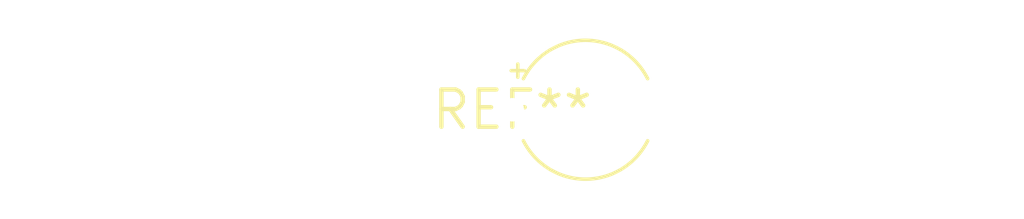
<source format=kicad_pcb>
(kicad_pcb (version 20240108) (generator pcbnew)
  (layers (0 "F.Cu" signal) (31 "B.Cu" signal) (34 "B.Paste" user) (35 "F.Paste" user) (36 "B.SilkS" user "B.Silkscreen") (37 "F.SilkS" user "F.Silkscreen") (38 "B.Mask" user) (39 "F.Mask" user) (44 "Edge.Cuts" user))
  (net 0 "")
  (footprint "CP_Radial_Tantal_D4.5mm_P5.00mm" (layer "F.Cu") (at 0 0)
    (property "Reference" "REF**")
    (property "Value" "CP_Radial_Tantal_D4.5mm_P5.00mm")
    (fp_line (start -0.037288 -1.335) (end 0.412712 -1.335) (layer "F.SilkS") (stroke (width 0.12)))
    (fp_line (start 0.187712 -1.56) (end 0.187712 -1.11) (layer "F.SilkS") (stroke (width 0.12)))
    (fp_arc (start 0.380259 -1.06) (mid 2.5 -2.37) (end 4.619741 -1.06) (layer "F.SilkS") (stroke (width 0.12)))
    (fp_arc (start 4.619741 1.06) (mid 2.5 2.37) (end 0.380259 1.06) (layer "F.SilkS") (stroke (width 0.12)))
    (pad "1" thru_hole rect (at 0 0) (size 1.6 1.6) (drill 0.8) (layers *.Cu *.Mask) (remove_unused_layers))
    (pad "2" thru_hole circle (at 5 0) (size 1.6 1.6) (drill 0.8) (layers *.Cu *.Mask) (remove_unused_layers))
  )
)
</source>
